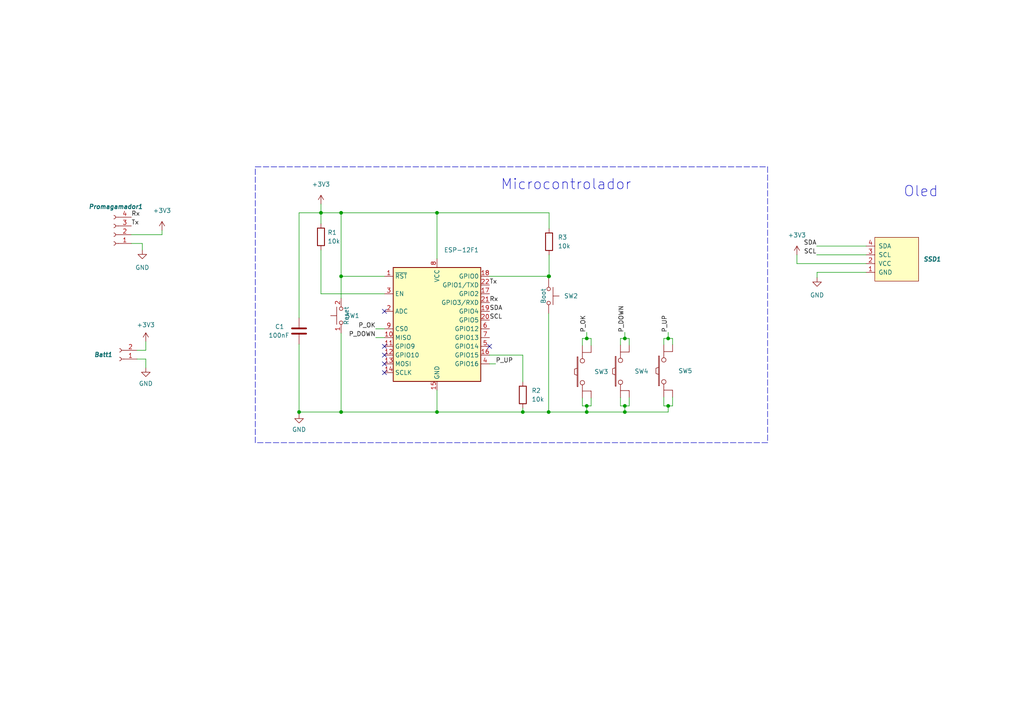
<source format=kicad_sch>
(kicad_sch (version 20211123) (generator eeschema)

  (uuid 4e74bd9e-d495-46ed-b79f-06b0c2bccb90)

  (paper "A4")

  (lib_symbols
    (symbol "Connector:Conn_01x02_Female" (pin_names (offset 1.016) hide) (in_bom yes) (on_board yes)
      (property "Reference" "J" (id 0) (at 0 2.54 0)
        (effects (font (size 1.27 1.27)))
      )
      (property "Value" "Conn_01x02_Female" (id 1) (at 0 -5.08 0)
        (effects (font (size 1.27 1.27)))
      )
      (property "Footprint" "" (id 2) (at 0 0 0)
        (effects (font (size 1.27 1.27)) hide)
      )
      (property "Datasheet" "~" (id 3) (at 0 0 0)
        (effects (font (size 1.27 1.27)) hide)
      )
      (property "ki_keywords" "connector" (id 4) (at 0 0 0)
        (effects (font (size 1.27 1.27)) hide)
      )
      (property "ki_description" "Generic connector, single row, 01x02, script generated (kicad-library-utils/schlib/autogen/connector/)" (id 5) (at 0 0 0)
        (effects (font (size 1.27 1.27)) hide)
      )
      (property "ki_fp_filters" "Connector*:*_1x??_*" (id 6) (at 0 0 0)
        (effects (font (size 1.27 1.27)) hide)
      )
      (symbol "Conn_01x02_Female_1_1"
        (arc (start 0 -2.032) (mid -0.508 -2.54) (end 0 -3.048)
          (stroke (width 0.1524) (type default) (color 0 0 0 0))
          (fill (type none))
        )
        (polyline
          (pts
            (xy -1.27 -2.54)
            (xy -0.508 -2.54)
          )
          (stroke (width 0.1524) (type default) (color 0 0 0 0))
          (fill (type none))
        )
        (polyline
          (pts
            (xy -1.27 0)
            (xy -0.508 0)
          )
          (stroke (width 0.1524) (type default) (color 0 0 0 0))
          (fill (type none))
        )
        (arc (start 0 0.508) (mid -0.508 0) (end 0 -0.508)
          (stroke (width 0.1524) (type default) (color 0 0 0 0))
          (fill (type none))
        )
        (pin passive line (at -5.08 0 0) (length 3.81)
          (name "Pin_1" (effects (font (size 1.27 1.27))))
          (number "1" (effects (font (size 1.27 1.27))))
        )
        (pin passive line (at -5.08 -2.54 0) (length 3.81)
          (name "Pin_2" (effects (font (size 1.27 1.27))))
          (number "2" (effects (font (size 1.27 1.27))))
        )
      )
    )
    (symbol "Connector:Conn_01x04_Female" (pin_names (offset 1.016) hide) (in_bom yes) (on_board yes)
      (property "Reference" "J" (id 0) (at 0 5.08 0)
        (effects (font (size 1.27 1.27)))
      )
      (property "Value" "Conn_01x04_Female" (id 1) (at 0 -7.62 0)
        (effects (font (size 1.27 1.27)))
      )
      (property "Footprint" "" (id 2) (at 0 0 0)
        (effects (font (size 1.27 1.27)) hide)
      )
      (property "Datasheet" "~" (id 3) (at 0 0 0)
        (effects (font (size 1.27 1.27)) hide)
      )
      (property "ki_keywords" "connector" (id 4) (at 0 0 0)
        (effects (font (size 1.27 1.27)) hide)
      )
      (property "ki_description" "Generic connector, single row, 01x04, script generated (kicad-library-utils/schlib/autogen/connector/)" (id 5) (at 0 0 0)
        (effects (font (size 1.27 1.27)) hide)
      )
      (property "ki_fp_filters" "Connector*:*_1x??_*" (id 6) (at 0 0 0)
        (effects (font (size 1.27 1.27)) hide)
      )
      (symbol "Conn_01x04_Female_1_1"
        (arc (start 0 -4.572) (mid -0.508 -5.08) (end 0 -5.588)
          (stroke (width 0.1524) (type default) (color 0 0 0 0))
          (fill (type none))
        )
        (arc (start 0 -2.032) (mid -0.508 -2.54) (end 0 -3.048)
          (stroke (width 0.1524) (type default) (color 0 0 0 0))
          (fill (type none))
        )
        (polyline
          (pts
            (xy -1.27 -5.08)
            (xy -0.508 -5.08)
          )
          (stroke (width 0.1524) (type default) (color 0 0 0 0))
          (fill (type none))
        )
        (polyline
          (pts
            (xy -1.27 -2.54)
            (xy -0.508 -2.54)
          )
          (stroke (width 0.1524) (type default) (color 0 0 0 0))
          (fill (type none))
        )
        (polyline
          (pts
            (xy -1.27 0)
            (xy -0.508 0)
          )
          (stroke (width 0.1524) (type default) (color 0 0 0 0))
          (fill (type none))
        )
        (polyline
          (pts
            (xy -1.27 2.54)
            (xy -0.508 2.54)
          )
          (stroke (width 0.1524) (type default) (color 0 0 0 0))
          (fill (type none))
        )
        (arc (start 0 0.508) (mid -0.508 0) (end 0 -0.508)
          (stroke (width 0.1524) (type default) (color 0 0 0 0))
          (fill (type none))
        )
        (arc (start 0 3.048) (mid -0.508 2.54) (end 0 2.032)
          (stroke (width 0.1524) (type default) (color 0 0 0 0))
          (fill (type none))
        )
        (pin passive line (at -5.08 2.54 0) (length 3.81)
          (name "Pin_1" (effects (font (size 1.27 1.27))))
          (number "1" (effects (font (size 1.27 1.27))))
        )
        (pin passive line (at -5.08 0 0) (length 3.81)
          (name "Pin_2" (effects (font (size 1.27 1.27))))
          (number "2" (effects (font (size 1.27 1.27))))
        )
        (pin passive line (at -5.08 -2.54 0) (length 3.81)
          (name "Pin_3" (effects (font (size 1.27 1.27))))
          (number "3" (effects (font (size 1.27 1.27))))
        )
        (pin passive line (at -5.08 -5.08 0) (length 3.81)
          (name "Pin_4" (effects (font (size 1.27 1.27))))
          (number "4" (effects (font (size 1.27 1.27))))
        )
      )
    )
    (symbol "Device:C" (pin_numbers hide) (pin_names (offset 0.254)) (in_bom yes) (on_board yes)
      (property "Reference" "C" (id 0) (at 0.635 2.54 0)
        (effects (font (size 1.27 1.27)) (justify left))
      )
      (property "Value" "C" (id 1) (at 0.635 -2.54 0)
        (effects (font (size 1.27 1.27)) (justify left))
      )
      (property "Footprint" "" (id 2) (at 0.9652 -3.81 0)
        (effects (font (size 1.27 1.27)) hide)
      )
      (property "Datasheet" "~" (id 3) (at 0 0 0)
        (effects (font (size 1.27 1.27)) hide)
      )
      (property "ki_keywords" "cap capacitor" (id 4) (at 0 0 0)
        (effects (font (size 1.27 1.27)) hide)
      )
      (property "ki_description" "Unpolarized capacitor" (id 5) (at 0 0 0)
        (effects (font (size 1.27 1.27)) hide)
      )
      (property "ki_fp_filters" "C_*" (id 6) (at 0 0 0)
        (effects (font (size 1.27 1.27)) hide)
      )
      (symbol "C_0_1"
        (polyline
          (pts
            (xy -2.032 -0.762)
            (xy 2.032 -0.762)
          )
          (stroke (width 0.508) (type default) (color 0 0 0 0))
          (fill (type none))
        )
        (polyline
          (pts
            (xy -2.032 0.762)
            (xy 2.032 0.762)
          )
          (stroke (width 0.508) (type default) (color 0 0 0 0))
          (fill (type none))
        )
      )
      (symbol "C_1_1"
        (pin passive line (at 0 3.81 270) (length 2.794)
          (name "~" (effects (font (size 1.27 1.27))))
          (number "1" (effects (font (size 1.27 1.27))))
        )
        (pin passive line (at 0 -3.81 90) (length 2.794)
          (name "~" (effects (font (size 1.27 1.27))))
          (number "2" (effects (font (size 1.27 1.27))))
        )
      )
    )
    (symbol "Device:R" (pin_numbers hide) (pin_names (offset 0)) (in_bom yes) (on_board yes)
      (property "Reference" "R" (id 0) (at 2.032 0 90)
        (effects (font (size 1.27 1.27)))
      )
      (property "Value" "R" (id 1) (at 0 0 90)
        (effects (font (size 1.27 1.27)))
      )
      (property "Footprint" "" (id 2) (at -1.778 0 90)
        (effects (font (size 1.27 1.27)) hide)
      )
      (property "Datasheet" "~" (id 3) (at 0 0 0)
        (effects (font (size 1.27 1.27)) hide)
      )
      (property "ki_keywords" "R res resistor" (id 4) (at 0 0 0)
        (effects (font (size 1.27 1.27)) hide)
      )
      (property "ki_description" "Resistor" (id 5) (at 0 0 0)
        (effects (font (size 1.27 1.27)) hide)
      )
      (property "ki_fp_filters" "R_*" (id 6) (at 0 0 0)
        (effects (font (size 1.27 1.27)) hide)
      )
      (symbol "R_0_1"
        (rectangle (start -1.016 -2.54) (end 1.016 2.54)
          (stroke (width 0.254) (type default) (color 0 0 0 0))
          (fill (type none))
        )
      )
      (symbol "R_1_1"
        (pin passive line (at 0 3.81 270) (length 1.27)
          (name "~" (effects (font (size 1.27 1.27))))
          (number "1" (effects (font (size 1.27 1.27))))
        )
        (pin passive line (at 0 -3.81 90) (length 1.27)
          (name "~" (effects (font (size 1.27 1.27))))
          (number "2" (effects (font (size 1.27 1.27))))
        )
      )
    )
    (symbol "EESTN5:SSD1306-SSD1306-128x64_OLED" (pin_names (offset 1.016)) (in_bom yes) (on_board yes)
      (property "Reference" "Display" (id 0) (at 0 -3.81 0)
        (effects (font (size 1.27 1.27)))
      )
      (property "Value" "SSD1306-SSD1306-128x64_OLED" (id 1) (at 0 -1.27 0)
        (effects (font (size 1.27 1.27)) hide)
      )
      (property "Footprint" "EESTN5:128x64OLED" (id 2) (at 0 6.35 0)
        (effects (font (size 1.27 1.27)) hide)
      )
      (property "Datasheet" "" (id 3) (at 0 6.35 0)
        (effects (font (size 1.27 1.27)) hide)
      )
      (property "ki_fp_filters" "SSD1306-128x64_OLED:SSD1306" (id 4) (at 0 0 0)
        (effects (font (size 1.27 1.27)) hide)
      )
      (symbol "SSD1306-SSD1306-128x64_OLED_0_1"
        (rectangle (start -6.35 6.35) (end 6.35 -6.35)
          (stroke (width 0) (type default) (color 0 0 0 0))
          (fill (type background))
        )
      )
      (symbol "SSD1306-SSD1306-128x64_OLED_1_1"
        (pin input line (at -3.81 8.89 270) (length 2.54)
          (name "GND" (effects (font (size 1.27 1.27))))
          (number "1" (effects (font (size 1.27 1.27))))
        )
        (pin input line (at -1.27 8.89 270) (length 2.54)
          (name "VCC" (effects (font (size 1.27 1.27))))
          (number "2" (effects (font (size 1.27 1.27))))
        )
        (pin input line (at 1.27 8.89 270) (length 2.54)
          (name "SCL" (effects (font (size 1.27 1.27))))
          (number "3" (effects (font (size 1.27 1.27))))
        )
        (pin input line (at 3.81 8.89 270) (length 2.54)
          (name "SDA" (effects (font (size 1.27 1.27))))
          (number "4" (effects (font (size 1.27 1.27))))
        )
      )
    )
    (symbol "EESTN5:SW_PUSH" (pin_numbers hide) (pin_names (offset 1.016) hide) (in_bom yes) (on_board yes)
      (property "Reference" "SW" (id 0) (at 3.81 2.794 0)
        (effects (font (size 1.27 1.27)))
      )
      (property "Value" "SW_PUSH" (id 1) (at 0 -2.032 0)
        (effects (font (size 1.27 1.27)) hide)
      )
      (property "Footprint" "" (id 2) (at 0 0 0)
        (effects (font (size 1.524 1.524)))
      )
      (property "Datasheet" "" (id 3) (at 0 0 0)
        (effects (font (size 1.524 1.524)))
      )
      (symbol "SW_PUSH_0_1"
        (rectangle (start -4.318 1.27) (end 4.318 1.524)
          (stroke (width 0) (type default) (color 0 0 0 0))
          (fill (type none))
        )
        (polyline
          (pts
            (xy -5.588 -2.413)
            (xy -5.588 -2.54)
          )
          (stroke (width 0) (type default) (color 0 0 0 0))
          (fill (type none))
        )
        (polyline
          (pts
            (xy -5.588 -2.413)
            (xy -5.588 0)
          )
          (stroke (width 0) (type default) (color 0 0 0 0))
          (fill (type none))
        )
        (polyline
          (pts
            (xy 5.588 -2.54)
            (xy 5.588 0)
          )
          (stroke (width 0) (type default) (color 0 0 0 0))
          (fill (type none))
        )
        (polyline
          (pts
            (xy -1.016 1.524)
            (xy -0.762 2.286)
            (xy 0.762 2.286)
            (xy 1.016 1.524)
          )
          (stroke (width 0) (type default) (color 0 0 0 0))
          (fill (type none))
        )
        (pin passive inverted (at -7.62 0 0) (length 5.08)
          (name "1" (effects (font (size 1.524 1.524))))
          (number "1" (effects (font (size 1.524 1.524))))
        )
        (pin passive inverted (at 7.62 0 180) (length 5.08)
          (name "3" (effects (font (size 1.524 1.524))))
          (number "3" (effects (font (size 1.524 1.524))))
        )
      )
      (symbol "SW_PUSH_1_1"
        (pin input line (at -7.62 -2.54 0) (length 2.0066)
          (name "2" (effects (font (size 1.27 1.27))))
          (number "2" (effects (font (size 1.27 1.27))))
        )
        (pin input line (at 7.62 -2.54 180) (length 2.0066)
          (name "4" (effects (font (size 1.27 1.27))))
          (number "4" (effects (font (size 1.27 1.27))))
        )
      )
    )
    (symbol "EESTN5:SW_Push" (pin_numbers hide) (pin_names (offset 1.016) hide) (in_bom yes) (on_board yes)
      (property "Reference" "SW" (id 0) (at 1.27 2.54 0)
        (effects (font (size 1.27 1.27)) (justify left))
      )
      (property "Value" "SW_Push" (id 1) (at 0 -1.524 0)
        (effects (font (size 1.27 1.27)) hide)
      )
      (property "Footprint" "" (id 2) (at 0 5.08 0)
        (effects (font (size 1.27 1.27)))
      )
      (property "Datasheet" "" (id 3) (at 0 5.08 0)
        (effects (font (size 1.27 1.27)))
      )
      (property "ki_keywords" "switch normally-open pushbutton push-button" (id 4) (at 0 0 0)
        (effects (font (size 1.27 1.27)) hide)
      )
      (property "ki_description" "Push button switch, generic, two pins" (id 5) (at 0 0 0)
        (effects (font (size 1.27 1.27)) hide)
      )
      (property "ki_fp_filters" "PUL* SW* SPST*" (id 6) (at 0 0 0)
        (effects (font (size 1.27 1.27)) hide)
      )
      (symbol "SW_Push_0_1"
        (circle (center -2.032 0) (radius 0.508)
          (stroke (width 0) (type default) (color 0 0 0 0))
          (fill (type none))
        )
        (polyline
          (pts
            (xy 0 1.27)
            (xy 0 3.048)
          )
          (stroke (width 0) (type default) (color 0 0 0 0))
          (fill (type none))
        )
        (polyline
          (pts
            (xy 2.54 1.27)
            (xy -2.54 1.27)
          )
          (stroke (width 0) (type default) (color 0 0 0 0))
          (fill (type none))
        )
        (circle (center 2.032 0) (radius 0.508)
          (stroke (width 0) (type default) (color 0 0 0 0))
          (fill (type none))
        )
        (pin passive line (at -5.08 0 0) (length 2.54)
          (name "1" (effects (font (size 1.27 1.27))))
          (number "1" (effects (font (size 1.27 1.27))))
        )
        (pin passive line (at 5.08 0 180) (length 2.54)
          (name "2" (effects (font (size 1.27 1.27))))
          (number "2" (effects (font (size 1.27 1.27))))
        )
      )
    )
    (symbol "RF_Module:ESP-12F" (in_bom yes) (on_board yes)
      (property "Reference" "U" (id 0) (at -12.7 19.05 0)
        (effects (font (size 1.27 1.27)) (justify left))
      )
      (property "Value" "ESP-12F" (id 1) (at 12.7 19.05 0)
        (effects (font (size 1.27 1.27)) (justify right))
      )
      (property "Footprint" "RF_Module:ESP-12E" (id 2) (at 0 0 0)
        (effects (font (size 1.27 1.27)) hide)
      )
      (property "Datasheet" "http://wiki.ai-thinker.com/_media/esp8266/esp8266_series_modules_user_manual_v1.1.pdf" (id 3) (at -8.89 2.54 0)
        (effects (font (size 1.27 1.27)) hide)
      )
      (property "ki_keywords" "802.11 Wi-Fi" (id 4) (at 0 0 0)
        (effects (font (size 1.27 1.27)) hide)
      )
      (property "ki_description" "802.11 b/g/n Wi-Fi Module" (id 5) (at 0 0 0)
        (effects (font (size 1.27 1.27)) hide)
      )
      (property "ki_fp_filters" "ESP?12*" (id 6) (at 0 0 0)
        (effects (font (size 1.27 1.27)) hide)
      )
      (symbol "ESP-12F_0_1"
        (rectangle (start -12.7 17.78) (end 12.7 -15.24)
          (stroke (width 0.254) (type default) (color 0 0 0 0))
          (fill (type background))
        )
      )
      (symbol "ESP-12F_1_1"
        (pin input line (at -15.24 15.24 0) (length 2.54)
          (name "~{RST}" (effects (font (size 1.27 1.27))))
          (number "1" (effects (font (size 1.27 1.27))))
        )
        (pin bidirectional line (at -15.24 -2.54 0) (length 2.54)
          (name "MISO" (effects (font (size 1.27 1.27))))
          (number "10" (effects (font (size 1.27 1.27))))
        )
        (pin bidirectional line (at -15.24 -5.08 0) (length 2.54)
          (name "GPIO9" (effects (font (size 1.27 1.27))))
          (number "11" (effects (font (size 1.27 1.27))))
        )
        (pin bidirectional line (at -15.24 -7.62 0) (length 2.54)
          (name "GPIO10" (effects (font (size 1.27 1.27))))
          (number "12" (effects (font (size 1.27 1.27))))
        )
        (pin bidirectional line (at -15.24 -10.16 0) (length 2.54)
          (name "MOSI" (effects (font (size 1.27 1.27))))
          (number "13" (effects (font (size 1.27 1.27))))
        )
        (pin bidirectional line (at -15.24 -12.7 0) (length 2.54)
          (name "SCLK" (effects (font (size 1.27 1.27))))
          (number "14" (effects (font (size 1.27 1.27))))
        )
        (pin power_in line (at 0 -17.78 90) (length 2.54)
          (name "GND" (effects (font (size 1.27 1.27))))
          (number "15" (effects (font (size 1.27 1.27))))
        )
        (pin bidirectional line (at 15.24 -7.62 180) (length 2.54)
          (name "GPIO15" (effects (font (size 1.27 1.27))))
          (number "16" (effects (font (size 1.27 1.27))))
        )
        (pin bidirectional line (at 15.24 10.16 180) (length 2.54)
          (name "GPIO2" (effects (font (size 1.27 1.27))))
          (number "17" (effects (font (size 1.27 1.27))))
        )
        (pin bidirectional line (at 15.24 15.24 180) (length 2.54)
          (name "GPIO0" (effects (font (size 1.27 1.27))))
          (number "18" (effects (font (size 1.27 1.27))))
        )
        (pin bidirectional line (at 15.24 5.08 180) (length 2.54)
          (name "GPIO4" (effects (font (size 1.27 1.27))))
          (number "19" (effects (font (size 1.27 1.27))))
        )
        (pin input line (at -15.24 5.08 0) (length 2.54)
          (name "ADC" (effects (font (size 1.27 1.27))))
          (number "2" (effects (font (size 1.27 1.27))))
        )
        (pin bidirectional line (at 15.24 2.54 180) (length 2.54)
          (name "GPIO5" (effects (font (size 1.27 1.27))))
          (number "20" (effects (font (size 1.27 1.27))))
        )
        (pin bidirectional line (at 15.24 7.62 180) (length 2.54)
          (name "GPIO3/RXD" (effects (font (size 1.27 1.27))))
          (number "21" (effects (font (size 1.27 1.27))))
        )
        (pin bidirectional line (at 15.24 12.7 180) (length 2.54)
          (name "GPIO1/TXD" (effects (font (size 1.27 1.27))))
          (number "22" (effects (font (size 1.27 1.27))))
        )
        (pin input line (at -15.24 10.16 0) (length 2.54)
          (name "EN" (effects (font (size 1.27 1.27))))
          (number "3" (effects (font (size 1.27 1.27))))
        )
        (pin bidirectional line (at 15.24 -10.16 180) (length 2.54)
          (name "GPIO16" (effects (font (size 1.27 1.27))))
          (number "4" (effects (font (size 1.27 1.27))))
        )
        (pin bidirectional line (at 15.24 -5.08 180) (length 2.54)
          (name "GPIO14" (effects (font (size 1.27 1.27))))
          (number "5" (effects (font (size 1.27 1.27))))
        )
        (pin bidirectional line (at 15.24 0 180) (length 2.54)
          (name "GPIO12" (effects (font (size 1.27 1.27))))
          (number "6" (effects (font (size 1.27 1.27))))
        )
        (pin bidirectional line (at 15.24 -2.54 180) (length 2.54)
          (name "GPIO13" (effects (font (size 1.27 1.27))))
          (number "7" (effects (font (size 1.27 1.27))))
        )
        (pin power_in line (at 0 20.32 270) (length 2.54)
          (name "VCC" (effects (font (size 1.27 1.27))))
          (number "8" (effects (font (size 1.27 1.27))))
        )
        (pin input line (at -15.24 0 0) (length 2.54)
          (name "CS0" (effects (font (size 1.27 1.27))))
          (number "9" (effects (font (size 1.27 1.27))))
        )
      )
    )
    (symbol "SW_Push_1" (pin_names (offset 1.016) hide) (in_bom yes) (on_board yes)
      (property "Reference" "SW" (id 0) (at 1.27 2.54 0)
        (effects (font (size 1.27 1.27)) (justify left))
      )
      (property "Value" "SW_Push_1" (id 1) (at 0 -1.524 0)
        (effects (font (size 1.27 1.27)) hide)
      )
      (property "Footprint" "" (id 2) (at 0 5.08 0)
        (effects (font (size 1.27 1.27)))
      )
      (property "Datasheet" "" (id 3) (at 0 5.08 0)
        (effects (font (size 1.27 1.27)))
      )
      (property "ki_keywords" "switch normally-open pushbutton push-button" (id 4) (at 0 0 0)
        (effects (font (size 1.27 1.27)) hide)
      )
      (property "ki_description" "Push button switch, generic, two pins" (id 5) (at 0 0 0)
        (effects (font (size 1.27 1.27)) hide)
      )
      (property "ki_fp_filters" "PUL* SW* SPST*" (id 6) (at 0 0 0)
        (effects (font (size 1.27 1.27)) hide)
      )
      (symbol "SW_Push_1_0_1"
        (circle (center -2.032 0) (radius 0.508)
          (stroke (width 0) (type default) (color 0 0 0 0))
          (fill (type none))
        )
        (polyline
          (pts
            (xy 0 1.27)
            (xy 0 3.048)
          )
          (stroke (width 0) (type default) (color 0 0 0 0))
          (fill (type none))
        )
        (polyline
          (pts
            (xy 2.54 1.27)
            (xy -2.54 1.27)
          )
          (stroke (width 0) (type default) (color 0 0 0 0))
          (fill (type none))
        )
        (circle (center 2.032 0) (radius 0.508)
          (stroke (width 0) (type default) (color 0 0 0 0))
          (fill (type none))
        )
        (pin passive line (at -5.08 0 0) (length 2.54)
          (name "1" (effects (font (size 1.27 1.27))))
          (number "1" (effects (font (size 1.27 1.27))))
        )
        (pin passive line (at 5.08 0 180) (length 2.54)
          (name "2" (effects (font (size 1.27 1.27))))
          (number "2" (effects (font (size 1.27 1.27))))
        )
      )
    )
    (symbol "power:+3.3V" (power) (pin_names (offset 0)) (in_bom yes) (on_board yes)
      (property "Reference" "#PWR" (id 0) (at 0 -3.81 0)
        (effects (font (size 1.27 1.27)) hide)
      )
      (property "Value" "+3.3V" (id 1) (at 0 3.556 0)
        (effects (font (size 1.27 1.27)))
      )
      (property "Footprint" "" (id 2) (at 0 0 0)
        (effects (font (size 1.27 1.27)) hide)
      )
      (property "Datasheet" "" (id 3) (at 0 0 0)
        (effects (font (size 1.27 1.27)) hide)
      )
      (property "ki_keywords" "power-flag" (id 4) (at 0 0 0)
        (effects (font (size 1.27 1.27)) hide)
      )
      (property "ki_description" "Power symbol creates a global label with name \"+3.3V\"" (id 5) (at 0 0 0)
        (effects (font (size 1.27 1.27)) hide)
      )
      (symbol "+3.3V_0_1"
        (polyline
          (pts
            (xy -0.762 1.27)
            (xy 0 2.54)
          )
          (stroke (width 0) (type default) (color 0 0 0 0))
          (fill (type none))
        )
        (polyline
          (pts
            (xy 0 0)
            (xy 0 2.54)
          )
          (stroke (width 0) (type default) (color 0 0 0 0))
          (fill (type none))
        )
        (polyline
          (pts
            (xy 0 2.54)
            (xy 0.762 1.27)
          )
          (stroke (width 0) (type default) (color 0 0 0 0))
          (fill (type none))
        )
      )
      (symbol "+3.3V_1_1"
        (pin power_in line (at 0 0 90) (length 0) hide
          (name "+3V3" (effects (font (size 1.27 1.27))))
          (number "1" (effects (font (size 1.27 1.27))))
        )
      )
    )
    (symbol "power:GND" (power) (pin_names (offset 0)) (in_bom yes) (on_board yes)
      (property "Reference" "#PWR" (id 0) (at 0 -6.35 0)
        (effects (font (size 1.27 1.27)) hide)
      )
      (property "Value" "GND" (id 1) (at 0 -3.81 0)
        (effects (font (size 1.27 1.27)))
      )
      (property "Footprint" "" (id 2) (at 0 0 0)
        (effects (font (size 1.27 1.27)) hide)
      )
      (property "Datasheet" "" (id 3) (at 0 0 0)
        (effects (font (size 1.27 1.27)) hide)
      )
      (property "ki_keywords" "power-flag" (id 4) (at 0 0 0)
        (effects (font (size 1.27 1.27)) hide)
      )
      (property "ki_description" "Power symbol creates a global label with name \"GND\" , ground" (id 5) (at 0 0 0)
        (effects (font (size 1.27 1.27)) hide)
      )
      (symbol "GND_0_1"
        (polyline
          (pts
            (xy 0 0)
            (xy 0 -1.27)
            (xy 1.27 -1.27)
            (xy 0 -2.54)
            (xy -1.27 -1.27)
            (xy 0 -1.27)
          )
          (stroke (width 0) (type default) (color 0 0 0 0))
          (fill (type none))
        )
      )
      (symbol "GND_1_1"
        (pin power_in line (at 0 0 270) (length 0) hide
          (name "GND" (effects (font (size 1.27 1.27))))
          (number "1" (effects (font (size 1.27 1.27))))
        )
      )
    )
  )

  (junction (at 181.229 98.171) (diameter 0) (color 0 0 0 0)
    (uuid 03596d50-23f0-4161-be9e-9535b6233d54)
  )
  (junction (at 170.18 117.729) (diameter 0) (color 0 0 0 0)
    (uuid 0ba29129-af72-4f89-9158-c5b4f8476a5e)
  )
  (junction (at 98.933 61.722) (diameter 0) (color 0 0 0 0)
    (uuid 0fd7a5e7-893e-45e1-929b-54e1ca975718)
  )
  (junction (at 159.131 119.507) (diameter 0) (color 0 0 0 0)
    (uuid 1e6f37d7-92bc-4552-b2c6-e6048f8634a3)
  )
  (junction (at 193.802 98.171) (diameter 0) (color 0 0 0 0)
    (uuid 1f06bf45-7807-4ca8-812f-755a5c769e72)
  )
  (junction (at 159.258 80.137) (diameter 0) (color 0 0 0 0)
    (uuid 45ce7fa2-b4cc-45fa-b675-b0f6c506100c)
  )
  (junction (at 98.933 80.137) (diameter 0) (color 0 0 0 0)
    (uuid 4e3bfa62-4574-4191-9972-5c6e9ae22caf)
  )
  (junction (at 193.802 117.729) (diameter 0) (color 0 0 0 0)
    (uuid 57d78716-1a55-4410-9876-95c754e1d37b)
  )
  (junction (at 170.18 98.171) (diameter 0) (color 0 0 0 0)
    (uuid 5833bc76-722f-41da-b652-c79d4754c3ec)
  )
  (junction (at 93.091 61.722) (diameter 0) (color 0 0 0 0)
    (uuid 5a2086b8-5133-45ac-af25-7f823586f0d2)
  )
  (junction (at 181.229 119.507) (diameter 0) (color 0 0 0 0)
    (uuid 5b5717fd-bba6-4c7d-a6b0-9e8d3e1f8df0)
  )
  (junction (at 170.18 119.507) (diameter 0) (color 0 0 0 0)
    (uuid 5dc9d426-f6b5-45c6-8eeb-9966f77da20c)
  )
  (junction (at 159.131 80.137) (diameter 0) (color 0 0 0 0)
    (uuid 792ae8e5-2e95-474b-992a-a4f7fe06d96a)
  )
  (junction (at 151.638 119.507) (diameter 0) (color 0 0 0 0)
    (uuid 7d82f77a-86cd-46e6-9723-d4e394c44ae0)
  )
  (junction (at 126.746 61.722) (diameter 0) (color 0 0 0 0)
    (uuid ccb85246-de75-4028-8e77-ea93fadfe794)
  )
  (junction (at 126.746 119.507) (diameter 0) (color 0 0 0 0)
    (uuid d1a76615-7ae4-4a49-b0cc-e1750d0ba849)
  )
  (junction (at 181.229 117.729) (diameter 0) (color 0 0 0 0)
    (uuid d84c0e8d-c9ff-4b62-b760-695d27822ec0)
  )
  (junction (at 98.933 119.507) (diameter 0) (color 0 0 0 0)
    (uuid ee999c73-eaa9-4f10-91b6-b782cdba3b4d)
  )
  (junction (at 86.741 119.507) (diameter 0) (color 0 0 0 0)
    (uuid f9b98703-dc81-47fa-8218-ba300b331b8b)
  )

  (no_connect (at 111.506 108.077) (uuid 012560d8-57d5-46ad-9584-2eda0fc673bb))
  (no_connect (at 141.986 100.457) (uuid 0a33b203-0141-4092-9a78-8d2c5c9fdefa))
  (no_connect (at 111.506 90.297) (uuid 1e9e4a0c-b8c0-4ffa-83d1-ae293b65e752))
  (no_connect (at 111.506 102.997) (uuid 9e8a4755-908b-478e-8c31-6374ac08d993))
  (no_connect (at 111.506 100.457) (uuid b0a642b0-e7e2-45f9-b821-493421be3b46))
  (no_connect (at 111.506 105.537) (uuid d2bac2a7-2b2f-4ac7-95f7-f4b9a078dea9))

  (wire (pts (xy 236.982 78.994) (xy 236.982 80.518))
    (stroke (width 0) (type default) (color 0 0 0 0))
    (uuid 02d1e4b9-f1b2-41db-bf52-343c0f85761f)
  )
  (wire (pts (xy 181.229 117.729) (xy 181.229 119.507))
    (stroke (width 0) (type default) (color 0 0 0 0))
    (uuid 089cad55-4c3e-4802-8319-05ed3b5217c3)
  )
  (wire (pts (xy 195.072 117.729) (xy 195.072 115.189))
    (stroke (width 0) (type default) (color 0 0 0 0))
    (uuid 0ffd16f5-4787-4f06-b5bd-cd9a20bb85e6)
  )
  (wire (pts (xy 86.741 119.507) (xy 86.741 120.142))
    (stroke (width 0) (type default) (color 0 0 0 0))
    (uuid 10512c0b-aeae-4feb-b325-3c3ce4d115ae)
  )
  (wire (pts (xy 98.933 80.137) (xy 98.933 86.487))
    (stroke (width 0) (type default) (color 0 0 0 0))
    (uuid 11869826-e0c3-40b4-bc06-d0602f77fe75)
  )
  (wire (pts (xy 171.45 115.443) (xy 171.45 117.729))
    (stroke (width 0) (type default) (color 0 0 0 0))
    (uuid 12ee21d2-4117-4ae7-9ce8-9caa8ffe580e)
  )
  (wire (pts (xy 93.091 61.722) (xy 98.933 61.722))
    (stroke (width 0) (type default) (color 0 0 0 0))
    (uuid 155f50be-f5b7-4f96-9c07-62068f71ea31)
  )
  (wire (pts (xy 39.751 104.14) (xy 42.291 104.14))
    (stroke (width 0) (type default) (color 0 0 0 0))
    (uuid 1a04c13d-b059-498f-8031-2baaadf07ce6)
  )
  (wire (pts (xy 168.91 115.443) (xy 168.91 117.729))
    (stroke (width 0) (type default) (color 0 0 0 0))
    (uuid 1cda1023-6eba-49d8-a766-fcee133a7140)
  )
  (wire (pts (xy 170.18 117.729) (xy 170.18 119.507))
    (stroke (width 0) (type default) (color 0 0 0 0))
    (uuid 1e56da34-5a30-44b7-b0a6-19fe5548192f)
  )
  (wire (pts (xy 126.746 61.722) (xy 159.258 61.722))
    (stroke (width 0) (type default) (color 0 0 0 0))
    (uuid 1fa0bcea-1494-468e-b063-77ad8525864a)
  )
  (wire (pts (xy 98.933 61.722) (xy 126.746 61.722))
    (stroke (width 0) (type default) (color 0 0 0 0))
    (uuid 215edc5e-bbb6-43d6-b91a-0db0cb2e7910)
  )
  (wire (pts (xy 159.258 73.914) (xy 159.258 80.137))
    (stroke (width 0) (type default) (color 0 0 0 0))
    (uuid 2326cb65-f166-47b7-b56c-7daaa0b33fdb)
  )
  (wire (pts (xy 231.14 76.454) (xy 231.14 73.914))
    (stroke (width 0) (type default) (color 0 0 0 0))
    (uuid 245490eb-0f20-42d1-b326-cb6b62675536)
  )
  (wire (pts (xy 86.741 99.822) (xy 86.741 119.507))
    (stroke (width 0) (type default) (color 0 0 0 0))
    (uuid 24b392cb-10b5-4c64-80c0-1716e4c2c2a3)
  )
  (wire (pts (xy 170.18 98.171) (xy 171.45 98.171))
    (stroke (width 0) (type default) (color 0 0 0 0))
    (uuid 25bd36d2-bb7a-4e9a-b5ee-dda5cbb99034)
  )
  (wire (pts (xy 93.091 59.182) (xy 93.091 61.722))
    (stroke (width 0) (type default) (color 0 0 0 0))
    (uuid 2670619c-8169-4e6c-9fa5-4074710f0116)
  )
  (wire (pts (xy 86.741 61.722) (xy 93.091 61.722))
    (stroke (width 0) (type default) (color 0 0 0 0))
    (uuid 2f07de4b-6622-4876-9ff1-ac76f330d4f9)
  )
  (wire (pts (xy 159.131 90.932) (xy 159.131 119.507))
    (stroke (width 0) (type default) (color 0 0 0 0))
    (uuid 34d5beab-542b-4752-8f14-b9e02e20b6df)
  )
  (wire (pts (xy 98.933 61.722) (xy 98.933 80.137))
    (stroke (width 0) (type default) (color 0 0 0 0))
    (uuid 39623612-1da5-44a0-888e-bc046128f703)
  )
  (wire (pts (xy 151.638 102.997) (xy 151.638 110.744))
    (stroke (width 0) (type default) (color 0 0 0 0))
    (uuid 39886964-0549-4961-a489-7a3e4f6f2166)
  )
  (wire (pts (xy 46.99 68.072) (xy 46.99 66.802))
    (stroke (width 0) (type default) (color 0 0 0 0))
    (uuid 3b512e57-4892-4208-a0e2-a84006c69afc)
  )
  (wire (pts (xy 236.855 71.374) (xy 251.206 71.374))
    (stroke (width 0) (type default) (color 0 0 0 0))
    (uuid 402368cd-3a19-412e-83fd-eecb357e68e2)
  )
  (wire (pts (xy 38.1 70.612) (xy 41.275 70.612))
    (stroke (width 0) (type default) (color 0 0 0 0))
    (uuid 4908b478-120a-47dc-9ed4-d8532d1e8f41)
  )
  (wire (pts (xy 168.91 98.171) (xy 170.18 98.171))
    (stroke (width 0) (type default) (color 0 0 0 0))
    (uuid 501d3253-65a3-4892-b887-19e5cd2bf2e7)
  )
  (wire (pts (xy 93.091 61.722) (xy 93.091 64.897))
    (stroke (width 0) (type default) (color 0 0 0 0))
    (uuid 547148fb-5b79-456f-9e5e-886d051d3d8a)
  )
  (wire (pts (xy 170.18 96.393) (xy 170.18 98.171))
    (stroke (width 0) (type default) (color 0 0 0 0))
    (uuid 54d0c426-3718-48a0-8521-17f9fb2acc4d)
  )
  (wire (pts (xy 42.291 104.14) (xy 42.291 106.68))
    (stroke (width 0) (type default) (color 0 0 0 0))
    (uuid 54f3037d-5e86-4cf8-b8fb-eaa58ed2373e)
  )
  (wire (pts (xy 251.206 78.994) (xy 236.982 78.994))
    (stroke (width 0) (type default) (color 0 0 0 0))
    (uuid 557e9ee9-f4fa-4488-8067-b583bc24c0ab)
  )
  (wire (pts (xy 182.499 100.076) (xy 182.499 98.171))
    (stroke (width 0) (type default) (color 0 0 0 0))
    (uuid 56752ef8-b8a2-4f5d-aa3b-bed2188c1a13)
  )
  (wire (pts (xy 108.966 95.377) (xy 111.506 95.377))
    (stroke (width 0) (type default) (color 0 0 0 0))
    (uuid 57c894b8-dee9-4bc3-ac50-89498146131f)
  )
  (polyline (pts (xy 74.041 48.387) (xy 222.631 48.387))
    (stroke (width 0) (type default) (color 0 0 0 0))
    (uuid 5f8e0b79-5de9-48d0-8c4b-eabb3ccf49e4)
  )

  (wire (pts (xy 159.131 80.137) (xy 159.131 80.772))
    (stroke (width 0) (type default) (color 0 0 0 0))
    (uuid 5fa3aad7-5520-42ea-8dd5-bf3c8f8445f1)
  )
  (wire (pts (xy 93.091 85.217) (xy 111.506 85.217))
    (stroke (width 0) (type default) (color 0 0 0 0))
    (uuid 6b0dc713-e8c9-43fe-acdb-848e3fc83de1)
  )
  (wire (pts (xy 93.091 72.517) (xy 93.091 85.217))
    (stroke (width 0) (type default) (color 0 0 0 0))
    (uuid 6b666db3-c655-46a5-84a4-5062371960ba)
  )
  (wire (pts (xy 179.959 98.171) (xy 179.959 100.076))
    (stroke (width 0) (type default) (color 0 0 0 0))
    (uuid 6c3c00dd-b11d-4a28-be4e-3538a427e70f)
  )
  (wire (pts (xy 86.741 119.507) (xy 98.933 119.507))
    (stroke (width 0) (type default) (color 0 0 0 0))
    (uuid 6df3373e-539c-48a4-b86d-99b05c7ce8b2)
  )
  (wire (pts (xy 179.959 98.171) (xy 181.229 98.171))
    (stroke (width 0) (type default) (color 0 0 0 0))
    (uuid 735736db-ad6d-4db2-81e1-51eaa222f8fe)
  )
  (wire (pts (xy 98.933 80.137) (xy 111.506 80.137))
    (stroke (width 0) (type default) (color 0 0 0 0))
    (uuid 756daacb-5052-42fc-8811-d571da53b595)
  )
  (wire (pts (xy 41.275 70.612) (xy 41.275 72.517))
    (stroke (width 0) (type default) (color 0 0 0 0))
    (uuid 77f5e7b6-8427-44a6-8b27-0bf83229c3b5)
  )
  (wire (pts (xy 181.229 119.507) (xy 170.18 119.507))
    (stroke (width 0) (type default) (color 0 0 0 0))
    (uuid 7a15d5a1-6a5c-48c3-80b0-ae9fe610fc39)
  )
  (wire (pts (xy 126.746 61.722) (xy 126.746 75.057))
    (stroke (width 0) (type default) (color 0 0 0 0))
    (uuid 7f84ec9e-e1a5-418b-91c0-cf611d028997)
  )
  (wire (pts (xy 86.741 92.202) (xy 86.741 61.722))
    (stroke (width 0) (type default) (color 0 0 0 0))
    (uuid 80c52303-95ca-4a98-9ba8-1edb9e3efcaf)
  )
  (wire (pts (xy 193.802 96.393) (xy 193.802 98.171))
    (stroke (width 0) (type default) (color 0 0 0 0))
    (uuid 8244a274-51a6-4575-83b7-4cdb33f46d99)
  )
  (wire (pts (xy 192.532 99.949) (xy 192.532 98.171))
    (stroke (width 0) (type default) (color 0 0 0 0))
    (uuid 84783d83-c076-461f-a39e-3169f5ca349d)
  )
  (wire (pts (xy 170.18 117.729) (xy 171.45 117.729))
    (stroke (width 0) (type default) (color 0 0 0 0))
    (uuid 8513a1b0-e2e2-4457-80e0-414be639a2d9)
  )
  (wire (pts (xy 151.638 118.364) (xy 151.638 119.507))
    (stroke (width 0) (type default) (color 0 0 0 0))
    (uuid 855255dd-0e44-4f8a-b6fd-7710719e41ce)
  )
  (wire (pts (xy 236.855 73.914) (xy 251.206 73.914))
    (stroke (width 0) (type default) (color 0 0 0 0))
    (uuid 87bf3a4c-8661-4824-9a83-b1197859b51f)
  )
  (wire (pts (xy 98.933 119.507) (xy 126.746 119.507))
    (stroke (width 0) (type default) (color 0 0 0 0))
    (uuid 8cbf34d8-ba5d-4982-8baa-885d7bee4ea2)
  )
  (wire (pts (xy 192.532 115.189) (xy 192.532 117.729))
    (stroke (width 0) (type default) (color 0 0 0 0))
    (uuid 8d56af9e-3063-4303-b3bb-420b67a84f10)
  )
  (wire (pts (xy 159.258 80.137) (xy 159.131 80.137))
    (stroke (width 0) (type default) (color 0 0 0 0))
    (uuid 8e202d0b-a450-4594-905d-ba0160da7f86)
  )
  (wire (pts (xy 179.959 115.316) (xy 179.959 117.729))
    (stroke (width 0) (type default) (color 0 0 0 0))
    (uuid 9564a092-0034-4600-963e-35ee23d3b209)
  )
  (wire (pts (xy 193.802 117.729) (xy 193.802 119.507))
    (stroke (width 0) (type default) (color 0 0 0 0))
    (uuid 95aedb51-8ecb-4c5a-bc02-ec21e03b05e7)
  )
  (wire (pts (xy 192.532 117.729) (xy 193.802 117.729))
    (stroke (width 0) (type default) (color 0 0 0 0))
    (uuid 96c335ce-94a8-480b-b5a6-8709104e9f86)
  )
  (wire (pts (xy 171.45 98.171) (xy 171.45 100.203))
    (stroke (width 0) (type default) (color 0 0 0 0))
    (uuid 96ef028a-5028-4597-96d7-175bf1b9d585)
  )
  (wire (pts (xy 179.959 117.729) (xy 181.229 117.729))
    (stroke (width 0) (type default) (color 0 0 0 0))
    (uuid 97aef4fd-0105-4ce9-9a81-8cefe89bb76c)
  )
  (wire (pts (xy 126.746 113.157) (xy 126.746 119.507))
    (stroke (width 0) (type default) (color 0 0 0 0))
    (uuid 9a1c5734-8e82-41b3-9cab-13b084e7086b)
  )
  (wire (pts (xy 170.18 119.507) (xy 159.131 119.507))
    (stroke (width 0) (type default) (color 0 0 0 0))
    (uuid 9c31520a-d53f-4392-a8d9-910e742d6297)
  )
  (wire (pts (xy 141.986 102.997) (xy 151.638 102.997))
    (stroke (width 0) (type default) (color 0 0 0 0))
    (uuid 9cf2ecc0-f165-4cb2-84d4-2da8d62393ba)
  )
  (wire (pts (xy 141.986 105.537) (xy 143.764 105.537))
    (stroke (width 0) (type default) (color 0 0 0 0))
    (uuid a832c3e9-8935-40dd-b983-2fdd5a8be42c)
  )
  (wire (pts (xy 168.91 117.729) (xy 170.18 117.729))
    (stroke (width 0) (type default) (color 0 0 0 0))
    (uuid a9454e40-718a-4862-9cb4-92466c3b8dff)
  )
  (wire (pts (xy 159.258 66.294) (xy 159.258 61.722))
    (stroke (width 0) (type default) (color 0 0 0 0))
    (uuid ac193ffb-f8cc-43fe-a7bb-dcd854031991)
  )
  (wire (pts (xy 181.229 96.393) (xy 181.229 98.171))
    (stroke (width 0) (type default) (color 0 0 0 0))
    (uuid b0f2ab85-0281-4924-9759-8984d93a2b1d)
  )
  (wire (pts (xy 126.746 119.507) (xy 151.638 119.507))
    (stroke (width 0) (type default) (color 0 0 0 0))
    (uuid b579a523-95aa-4100-b5b0-331b525bb161)
  )
  (polyline (pts (xy 74.041 128.397) (xy 74.041 48.387))
    (stroke (width 0) (type default) (color 0 0 0 0))
    (uuid b6ba0224-151c-4ffe-8c17-f29c8bded282)
  )

  (wire (pts (xy 38.1 68.072) (xy 46.99 68.072))
    (stroke (width 0) (type default) (color 0 0 0 0))
    (uuid b9b43b41-c6f7-463f-87d6-d2934006fad0)
  )
  (wire (pts (xy 42.291 99.06) (xy 42.291 101.6))
    (stroke (width 0) (type default) (color 0 0 0 0))
    (uuid ba491105-f4eb-4e91-a41c-bbab51d39dde)
  )
  (polyline (pts (xy 222.631 128.397) (xy 74.041 128.397))
    (stroke (width 0) (type default) (color 0 0 0 0))
    (uuid c6826680-747b-447a-b729-4ba528f8a1ea)
  )

  (wire (pts (xy 231.14 76.454) (xy 251.206 76.454))
    (stroke (width 0) (type default) (color 0 0 0 0))
    (uuid ca3ecfa5-44d2-4ad7-8d00-7959b3df5938)
  )
  (wire (pts (xy 182.499 117.729) (xy 182.499 115.316))
    (stroke (width 0) (type default) (color 0 0 0 0))
    (uuid d3ee2e68-dc7a-4bc6-a2b8-2e8cb33a62c9)
  )
  (wire (pts (xy 193.802 119.507) (xy 181.229 119.507))
    (stroke (width 0) (type default) (color 0 0 0 0))
    (uuid d94b11a5-2905-43a4-a6c5-32ee2363daca)
  )
  (wire (pts (xy 151.638 119.507) (xy 159.131 119.507))
    (stroke (width 0) (type default) (color 0 0 0 0))
    (uuid e0f9e391-693b-48bb-aa89-6ca81d0067d2)
  )
  (wire (pts (xy 181.229 117.729) (xy 182.499 117.729))
    (stroke (width 0) (type default) (color 0 0 0 0))
    (uuid eb0dfaf0-0f36-4dbc-be9a-a5c185b7f0f7)
  )
  (wire (pts (xy 193.802 117.729) (xy 195.072 117.729))
    (stroke (width 0) (type default) (color 0 0 0 0))
    (uuid eb90e467-b6e4-40cd-8b96-8952bff08748)
  )
  (wire (pts (xy 98.933 96.647) (xy 98.933 119.507))
    (stroke (width 0) (type default) (color 0 0 0 0))
    (uuid ee6c8620-f257-4ce9-a98b-2d897fe77a9f)
  )
  (wire (pts (xy 193.802 98.171) (xy 195.072 98.171))
    (stroke (width 0) (type default) (color 0 0 0 0))
    (uuid f502f725-42fa-4d71-9487-8eaff04e4d58)
  )
  (wire (pts (xy 42.291 101.6) (xy 39.751 101.6))
    (stroke (width 0) (type default) (color 0 0 0 0))
    (uuid f638bd21-03bf-4ebd-b13c-56e169f33c83)
  )
  (polyline (pts (xy 222.631 48.387) (xy 222.631 128.397))
    (stroke (width 0) (type default) (color 0 0 0 0))
    (uuid f8b064b5-2988-45c1-b31d-910ecc89444e)
  )

  (wire (pts (xy 181.229 98.171) (xy 182.499 98.171))
    (stroke (width 0) (type default) (color 0 0 0 0))
    (uuid f9787005-9035-4bda-8bf0-a49e123341c7)
  )
  (wire (pts (xy 108.966 97.917) (xy 111.506 97.917))
    (stroke (width 0) (type default) (color 0 0 0 0))
    (uuid fa4c4b94-4816-4011-b25f-249ed2058edf)
  )
  (wire (pts (xy 192.532 98.171) (xy 193.802 98.171))
    (stroke (width 0) (type default) (color 0 0 0 0))
    (uuid fb58b276-5817-45d7-9fde-34844eca3be2)
  )
  (wire (pts (xy 141.986 80.137) (xy 159.131 80.137))
    (stroke (width 0) (type default) (color 0 0 0 0))
    (uuid fc624b86-507d-408b-bf98-8a9ecd1570a5)
  )
  (wire (pts (xy 195.072 98.171) (xy 195.072 99.949))
    (stroke (width 0) (type default) (color 0 0 0 0))
    (uuid fcacb4a6-d55b-47fd-94fe-fa29e2f9e185)
  )
  (wire (pts (xy 168.91 100.203) (xy 168.91 98.171))
    (stroke (width 0) (type default) (color 0 0 0 0))
    (uuid feb5f612-f6f2-4b66-92ab-c8cb5edb55ff)
  )

  (text "Oled" (at 262.001 57.404 0)
    (effects (font (size 3 3)) (justify left bottom))
    (uuid 1425c243-3af5-446a-b89a-d990e588b887)
  )
  (text "Microcontrolador\n" (at 145.161 55.372 0)
    (effects (font (size 3 3)) (justify left bottom))
    (uuid 4f046dee-3882-4a89-a706-21317b8f7916)
  )

  (label "Rx" (at 38.1 62.992 0)
    (effects (font (size 1.27 1.27)) (justify left bottom))
    (uuid 174c6a17-da87-49c9-b814-c183614d8329)
  )
  (label "P_UP" (at 143.764 105.537 0)
    (effects (font (size 1.27 1.27)) (justify left bottom))
    (uuid 18950bae-bb49-4b54-9bc8-c97efc62a9ab)
  )
  (label "Rx" (at 141.986 87.757 0)
    (effects (font (size 1.27 1.27)) (justify left bottom))
    (uuid 32c8e9fa-f314-4693-a453-d2f91324ecd1)
  )
  (label "P_UP" (at 193.802 96.393 90)
    (effects (font (size 1.27 1.27)) (justify left bottom))
    (uuid 3d76878d-fad0-47fd-b7e6-7beaa3bc3f48)
  )
  (label "P_DOWN" (at 181.229 96.393 90)
    (effects (font (size 1.27 1.27)) (justify left bottom))
    (uuid 47780273-1f65-43d9-977a-81e9a51cc965)
  )
  (label "Tx" (at 141.986 82.677 0)
    (effects (font (size 1.27 1.27)) (justify left bottom))
    (uuid 7a60648c-0a2f-4f36-b088-f209184e602e)
  )
  (label "SDA" (at 236.855 71.374 180)
    (effects (font (size 1.27 1.27)) (justify right bottom))
    (uuid a1dd55d0-5b0f-4a94-b2cc-f5b75029ba8f)
  )
  (label "P_OK" (at 170.18 96.393 90)
    (effects (font (size 1.27 1.27)) (justify left bottom))
    (uuid adadbcf3-c501-41bd-ba7c-e207c6def9bc)
  )
  (label "Tx" (at 38.1 65.532 0)
    (effects (font (size 1.27 1.27)) (justify left bottom))
    (uuid d2ca8353-56ee-4a4f-b5dc-711a124ca365)
  )
  (label "SCL" (at 141.986 92.837 0)
    (effects (font (size 1.27 1.27)) (justify left bottom))
    (uuid d5a698a1-a696-4878-a1bd-8d33fd16a9e7)
  )
  (label "SDA" (at 141.986 90.297 0)
    (effects (font (size 1.27 1.27)) (justify left bottom))
    (uuid d85fd393-f39c-4ef3-9d44-0189c9dc35ad)
  )
  (label "P_OK" (at 108.966 95.377 180)
    (effects (font (size 1.27 1.27)) (justify right bottom))
    (uuid da76b5d2-d302-4784-b391-277e4e381f31)
  )
  (label "P_DOWN" (at 108.966 97.917 180)
    (effects (font (size 1.27 1.27)) (justify right bottom))
    (uuid e66ed964-33b6-409d-a2d0-15bec87de979)
  )
  (label "SCL" (at 236.855 73.914 180)
    (effects (font (size 1.27 1.27)) (justify right bottom))
    (uuid eb54fa2f-c94d-46fe-83aa-7f05fe88ffbd)
  )

  (symbol (lib_id "Device:R") (at 159.258 70.104 180) (unit 1)
    (in_bom yes) (on_board yes) (fields_autoplaced)
    (uuid 0591becc-e77c-4b70-8c5b-31d39a08a24f)
    (property "Reference" "R3" (id 0) (at 161.798 68.8339 0)
      (effects (font (size 1.27 1.27)) (justify right))
    )
    (property "Value" "10k" (id 1) (at 161.798 71.3739 0)
      (effects (font (size 1.27 1.27)) (justify right))
    )
    (property "Footprint" "EESTN5A:RES0.3" (id 2) (at 161.036 70.104 90)
      (effects (font (size 1.27 1.27)) hide)
    )
    (property "Datasheet" "~" (id 3) (at 159.258 70.104 0)
      (effects (font (size 1.27 1.27)) hide)
    )
    (pin "1" (uuid 29c67676-bd76-4d45-bc9f-818d9f3e5eb7))
    (pin "2" (uuid 94325249-10dc-49aa-b4bc-3f8b4aee802f))
  )

  (symbol (lib_id "Connector:Conn_01x02_Female") (at 34.671 104.14 180) (unit 1)
    (in_bom yes) (on_board yes) (fields_autoplaced)
    (uuid 0ccb1b36-994b-48ac-b008-304d774ed9d8)
    (property "Reference" "Batt1" (id 0) (at 32.766 102.8701 0)
      (effects (font (size 1.27 1.27) bold italic) (justify left))
    )
    (property "Value" "Conn_01x02_Female" (id 1) (at 35.306 99.06 0)
      (effects (font (size 1.27 1.27)) hide)
    )
    (property "Footprint" "EESTN5:Pin_Header_2" (id 2) (at 34.671 104.14 0)
      (effects (font (size 1.27 1.27)) hide)
    )
    (property "Datasheet" "~" (id 3) (at 34.671 104.14 0)
      (effects (font (size 1.27 1.27)) hide)
    )
    (pin "1" (uuid 304e77ee-e4f1-4002-adf7-0f1f6bf702d9))
    (pin "2" (uuid 775a13fc-912f-4307-be82-f721431bf557))
  )

  (symbol (lib_id "power:+3.3V") (at 231.14 73.914 0) (unit 1)
    (in_bom yes) (on_board yes) (fields_autoplaced)
    (uuid 12ec9e70-de75-4780-9aa8-eed92c3bdbcd)
    (property "Reference" "#PWR07" (id 0) (at 231.14 77.724 0)
      (effects (font (size 1.27 1.27)) hide)
    )
    (property "Value" "+3.3V" (id 1) (at 231.14 68.199 0))
    (property "Footprint" "" (id 2) (at 231.14 73.914 0)
      (effects (font (size 1.27 1.27)) hide)
    )
    (property "Datasheet" "" (id 3) (at 231.14 73.914 0)
      (effects (font (size 1.27 1.27)) hide)
    )
    (pin "1" (uuid e3f2e473-201d-4826-8ef2-cd400321e063))
  )

  (symbol (lib_id "EESTN5:SW_Push") (at 159.131 85.852 270) (unit 1)
    (in_bom yes) (on_board yes)
    (uuid 414d54bd-617a-41e2-847d-f4751728fa07)
    (property "Reference" "SW2" (id 0) (at 163.576 85.8519 90)
      (effects (font (size 1.27 1.27)) (justify left))
    )
    (property "Value" "Boot" (id 1) (at 157.607 85.852 0))
    (property "Footprint" "Button_Switch_SMD:SW_Push_1P1T_NO_6x6mm_H9.5mm" (id 2) (at 164.211 85.852 0)
      (effects (font (size 1.27 1.27)) hide)
    )
    (property "Datasheet" "" (id 3) (at 164.211 85.852 0))
    (pin "1" (uuid 638c6e11-5c9c-4a30-9c19-1a74352185bd))
    (pin "2" (uuid ee5d9248-f1e6-4692-920b-b9a095a78090))
  )

  (symbol (lib_id "EESTN5:SSD1306-SSD1306-128x64_OLED") (at 260.096 75.184 90) (unit 1)
    (in_bom yes) (on_board yes) (fields_autoplaced)
    (uuid 4c15d21f-6ffa-42a5-8b54-24121a823aa0)
    (property "Reference" "SSD1" (id 0) (at 267.843 75.1839 90)
      (effects (font (size 1.27 1.27) bold italic) (justify right))
    )
    (property "Value" "SSD1306-SSD1306-128x64_OLED" (id 1) (at 261.366 75.184 0)
      (effects (font (size 1.27 1.27)) hide)
    )
    (property "Footprint" "EESTN5:pin_strip_4" (id 2) (at 253.746 75.184 0)
      (effects (font (size 1.27 1.27)) hide)
    )
    (property "Datasheet" "" (id 3) (at 253.746 75.184 0)
      (effects (font (size 1.27 1.27)) hide)
    )
    (pin "1" (uuid 5c9a0a55-b0ef-4e97-9530-f756fc3cadac))
    (pin "2" (uuid ae34067e-542e-4818-892f-c17deabe56d5))
    (pin "3" (uuid cd07851b-a19b-43eb-87a7-b3655d51d274))
    (pin "4" (uuid 05d8571a-dbcb-4685-ab28-7230e67e018a))
  )

  (symbol (lib_id "EESTN5:SW_PUSH") (at 192.532 107.569 90) (unit 1)
    (in_bom yes) (on_board yes) (fields_autoplaced)
    (uuid 5671bdf8-5ef5-4ed5-9232-aa164db62ba9)
    (property "Reference" "SW5" (id 0) (at 196.723 107.5689 90)
      (effects (font (size 1.27 1.27)) (justify right))
    )
    (property "Value" "SW_PUSH" (id 1) (at 194.564 107.569 0)
      (effects (font (size 1.27 1.27)) hide)
    )
    (property "Footprint" "Button_Switch_THT:SW_PUSH_6mm" (id 2) (at 192.532 107.569 0)
      (effects (font (size 1.524 1.524)) hide)
    )
    (property "Datasheet" "" (id 3) (at 192.532 107.569 0)
      (effects (font (size 1.524 1.524)))
    )
    (pin "1" (uuid 5c708dec-7b08-4cd7-b9ed-f39065f06aaf))
    (pin "3" (uuid a8154d9c-1b06-4e72-a2b3-462e2400566a))
    (pin "2" (uuid 5cac447e-3d25-4801-b191-33b230bfe402))
    (pin "4" (uuid 1e6fccd5-a4b9-4b0a-8693-199943fa1068))
  )

  (symbol (lib_id "Device:C") (at 86.741 96.012 0) (unit 1)
    (in_bom yes) (on_board yes)
    (uuid 60bb577b-241c-4103-a45f-552a96eed78f)
    (property "Reference" "C1" (id 0) (at 79.756 94.742 0)
      (effects (font (size 1.27 1.27)) (justify left))
    )
    (property "Value" "100nF" (id 1) (at 77.851 97.282 0)
      (effects (font (size 1.27 1.27)) (justify left))
    )
    (property "Footprint" "EESTN5:CAP_0.1" (id 2) (at 87.7062 99.822 0)
      (effects (font (size 1.27 1.27)) hide)
    )
    (property "Datasheet" "~" (id 3) (at 86.741 96.012 0)
      (effects (font (size 1.27 1.27)) hide)
    )
    (pin "1" (uuid 530f71e9-f348-413f-ae24-8e59908ddd78))
    (pin "2" (uuid 53e06cbe-ab2a-4ac0-88d8-d079322ec50b))
  )

  (symbol (lib_id "power:GND") (at 86.741 120.142 0) (unit 1)
    (in_bom yes) (on_board yes) (fields_autoplaced)
    (uuid 6320f79d-9f06-439d-aee5-96e12f2bbadd)
    (property "Reference" "#PWR05" (id 0) (at 86.741 126.492 0)
      (effects (font (size 1.27 1.27)) hide)
    )
    (property "Value" "GND" (id 1) (at 86.741 124.587 0))
    (property "Footprint" "" (id 2) (at 86.741 120.142 0)
      (effects (font (size 1.27 1.27)) hide)
    )
    (property "Datasheet" "" (id 3) (at 86.741 120.142 0)
      (effects (font (size 1.27 1.27)) hide)
    )
    (pin "1" (uuid 671c7822-9c64-4c71-9af1-0dbfbfa5a69b))
  )

  (symbol (lib_id "EESTN5:SW_PUSH") (at 168.91 107.823 90) (unit 1)
    (in_bom yes) (on_board yes)
    (uuid 711ce30c-cada-4787-bd51-eecbc8df0775)
    (property "Reference" "SW3" (id 0) (at 172.3644 107.8229 90)
      (effects (font (size 1.27 1.27)) (justify right))
    )
    (property "Value" "SW_PUSH" (id 1) (at 170.942 107.823 0)
      (effects (font (size 1.27 1.27)) hide)
    )
    (property "Footprint" "Button_Switch_THT:SW_PUSH_6mm" (id 2) (at 168.91 100.711 90)
      (effects (font (size 1.524 1.524)) hide)
    )
    (property "Datasheet" "" (id 3) (at 168.91 107.823 0)
      (effects (font (size 1.524 1.524)))
    )
    (pin "1" (uuid a80c6810-1da8-42c2-8461-db38ba6d930e))
    (pin "3" (uuid 9f4a33fd-66fe-4219-b486-882d5423f848))
    (pin "2" (uuid 0a171322-780e-42a6-945d-dfc75aacf1f4))
    (pin "4" (uuid 28c08f02-c03a-4337-99a2-7c8f9b2b399e))
  )

  (symbol (lib_name "SW_Push_1") (lib_id "EESTN5:SW_Push") (at 98.933 91.567 90) (unit 1)
    (in_bom yes) (on_board yes) (fields_autoplaced)
    (uuid 7d110208-de40-48db-9eca-3f0022045558)
    (property "Reference" "SW1" (id 0) (at 100.203 91.5669 90)
      (effects (font (size 1.27 1.27)) (justify right))
    )
    (property "Value" "Reset" (id 1) (at 100.457 91.567 0))
    (property "Footprint" "Button_Switch_SMD:SW_Push_1P1T_NO_6x6mm_H9.5mm" (id 2) (at 93.853 91.567 0)
      (effects (font (size 1.27 1.27)) hide)
    )
    (property "Datasheet" "" (id 3) (at 93.853 91.567 0))
    (pin "1" (uuid 5fbd760a-286f-40da-bef0-32021e49e91f))
    (pin "2" (uuid 866b2da8-544f-4b42-9155-3c646db4da09))
  )

  (symbol (lib_id "power:+3.3V") (at 93.091 59.182 0) (unit 1)
    (in_bom yes) (on_board yes)
    (uuid 8aaa5cc9-38c8-412a-9832-3c16f231c161)
    (property "Reference" "#PWR06" (id 0) (at 93.091 62.992 0)
      (effects (font (size 1.27 1.27)) hide)
    )
    (property "Value" "+3.3V" (id 1) (at 93.091 53.467 0))
    (property "Footprint" "" (id 2) (at 93.091 59.182 0)
      (effects (font (size 1.27 1.27)) hide)
    )
    (property "Datasheet" "" (id 3) (at 93.091 59.182 0)
      (effects (font (size 1.27 1.27)) hide)
    )
    (pin "1" (uuid 3f141622-bbc2-41e8-8a4a-7cf0626406c7))
  )

  (symbol (lib_id "power:GND") (at 42.291 106.68 0) (unit 1)
    (in_bom yes) (on_board yes) (fields_autoplaced)
    (uuid ac90a996-1013-4ff5-8d37-84a3cdb80c00)
    (property "Reference" "#PWR03" (id 0) (at 42.291 113.03 0)
      (effects (font (size 1.27 1.27)) hide)
    )
    (property "Value" "GND" (id 1) (at 42.291 111.252 0))
    (property "Footprint" "" (id 2) (at 42.291 106.68 0)
      (effects (font (size 1.27 1.27)) hide)
    )
    (property "Datasheet" "" (id 3) (at 42.291 106.68 0)
      (effects (font (size 1.27 1.27)) hide)
    )
    (pin "1" (uuid 21e33bba-424f-4c5c-9baa-8a699e3dea64))
  )

  (symbol (lib_id "Device:R") (at 151.638 114.554 180) (unit 1)
    (in_bom yes) (on_board yes) (fields_autoplaced)
    (uuid b5e972d7-b016-401d-84d6-d8259302624f)
    (property "Reference" "R2" (id 0) (at 154.178 113.2839 0)
      (effects (font (size 1.27 1.27)) (justify right))
    )
    (property "Value" "10k" (id 1) (at 154.178 115.8239 0)
      (effects (font (size 1.27 1.27)) (justify right))
    )
    (property "Footprint" "Resistor_THT:R_Axial_DIN0204_L3.6mm_D1.6mm_P7.62mm_Horizontal" (id 2) (at 153.416 114.554 90)
      (effects (font (size 1.27 1.27)) hide)
    )
    (property "Datasheet" "~" (id 3) (at 151.638 114.554 0)
      (effects (font (size 1.27 1.27)) hide)
    )
    (pin "1" (uuid 822fb7f6-0ef5-477a-835c-ba779ef57f42))
    (pin "2" (uuid 8bcbb892-1f61-48a3-baf9-abc0ba84dbc2))
  )

  (symbol (lib_id "Connector:Conn_01x04_Female") (at 33.02 68.072 180) (unit 1)
    (in_bom yes) (on_board yes) (fields_autoplaced)
    (uuid b817c36f-c584-46bb-8f85-589c4d7751a0)
    (property "Reference" "Promagamador1" (id 0) (at 33.655 59.944 0)
      (effects (font (size 1.27 1.27) bold italic))
    )
    (property "Value" "Conn_01x04_Female" (id 1) (at 33.655 59.817 0)
      (effects (font (size 1.27 1.27)) hide)
    )
    (property "Footprint" "EESTN5:pin_strip_4" (id 2) (at 33.02 68.072 0)
      (effects (font (size 1.27 1.27)) hide)
    )
    (property "Datasheet" "~" (id 3) (at 33.02 68.072 0)
      (effects (font (size 1.27 1.27)) hide)
    )
    (pin "1" (uuid 4379ab5e-9fd6-47a9-b407-dfc4891aae57))
    (pin "2" (uuid 0a573f54-dde8-4ab7-a8f3-f6f1fbf0943b))
    (pin "3" (uuid a5edc14d-458b-4ebe-a1fa-8a0fde48d572))
    (pin "4" (uuid 935c16a1-d77c-474f-98c3-4208106321c3))
  )

  (symbol (lib_id "power:+3.3V") (at 42.291 99.06 0) (unit 1)
    (in_bom yes) (on_board yes) (fields_autoplaced)
    (uuid bfa08070-ff9a-4ede-a38a-3c33a1047c0f)
    (property "Reference" "#PWR02" (id 0) (at 42.291 102.87 0)
      (effects (font (size 1.27 1.27)) hide)
    )
    (property "Value" "+3.3V" (id 1) (at 42.291 94.234 0))
    (property "Footprint" "" (id 2) (at 42.291 99.06 0)
      (effects (font (size 1.27 1.27)) hide)
    )
    (property "Datasheet" "" (id 3) (at 42.291 99.06 0)
      (effects (font (size 1.27 1.27)) hide)
    )
    (pin "1" (uuid fe7ff5f4-50f1-46ee-8af3-d907ba5f6160))
  )

  (symbol (lib_id "power:GND") (at 236.982 80.518 0) (unit 1)
    (in_bom yes) (on_board yes) (fields_autoplaced)
    (uuid ce7ca2d6-5187-4499-8dbe-6ba2e47e44e5)
    (property "Reference" "#PWR08" (id 0) (at 236.982 86.868 0)
      (effects (font (size 1.27 1.27)) hide)
    )
    (property "Value" "GND" (id 1) (at 236.982 85.598 0))
    (property "Footprint" "" (id 2) (at 236.982 80.518 0)
      (effects (font (size 1.27 1.27)) hide)
    )
    (property "Datasheet" "" (id 3) (at 236.982 80.518 0)
      (effects (font (size 1.27 1.27)) hide)
    )
    (pin "1" (uuid cef1a224-ab56-4ec7-8ce4-8b9d1c6af615))
  )

  (symbol (lib_id "Device:R") (at 93.091 68.707 0) (unit 1)
    (in_bom yes) (on_board yes) (fields_autoplaced)
    (uuid d2aa1d5e-1ca1-4c3a-b0a8-563e024239b9)
    (property "Reference" "R1" (id 0) (at 94.996 67.4369 0)
      (effects (font (size 1.27 1.27)) (justify left))
    )
    (property "Value" "10k" (id 1) (at 94.996 69.9769 0)
      (effects (font (size 1.27 1.27)) (justify left))
    )
    (property "Footprint" "EESTN5:RES0.3" (id 2) (at 91.313 68.707 90)
      (effects (font (size 1.27 1.27)) hide)
    )
    (property "Datasheet" "~" (id 3) (at 93.091 68.707 0)
      (effects (font (size 1.27 1.27)) hide)
    )
    (pin "1" (uuid 046647b2-ed68-47df-80cd-a0e867158383))
    (pin "2" (uuid e1a6dc38-3940-4fb6-b2d2-6f89dfacad37))
  )

  (symbol (lib_id "EESTN5:SW_PUSH") (at 179.959 107.696 90) (unit 1)
    (in_bom yes) (on_board yes) (fields_autoplaced)
    (uuid d430f6e9-af6a-470f-892e-869fed275cec)
    (property "Reference" "SW4" (id 0) (at 184.023 107.6959 90)
      (effects (font (size 1.27 1.27)) (justify right))
    )
    (property "Value" "SW_PUSH" (id 1) (at 181.991 107.696 0)
      (effects (font (size 1.27 1.27)) hide)
    )
    (property "Footprint" "Button_Switch_THT:SW_PUSH_6mm" (id 2) (at 179.959 107.696 0)
      (effects (font (size 1.524 1.524)) hide)
    )
    (property "Datasheet" "" (id 3) (at 179.959 107.696 0)
      (effects (font (size 1.524 1.524)))
    )
    (pin "1" (uuid baa9448b-e380-4d19-9e1b-8948e979ffe3))
    (pin "3" (uuid 34c6b9ce-5f5b-4c57-9b98-a1e28280124b))
    (pin "2" (uuid 2e19170e-6195-4bcc-a2c8-6b2d101cc492))
    (pin "4" (uuid f9316bab-8f65-416f-b65e-8b4b0d330be3))
  )

  (symbol (lib_id "power:+3.3V") (at 46.99 66.802 0) (unit 1)
    (in_bom yes) (on_board yes) (fields_autoplaced)
    (uuid d4d1264d-016b-4a59-b719-31bc95fb5ad7)
    (property "Reference" "#PWR04" (id 0) (at 46.99 70.612 0)
      (effects (font (size 1.27 1.27)) hide)
    )
    (property "Value" "+3.3V" (id 1) (at 46.99 61.087 0))
    (property "Footprint" "" (id 2) (at 46.99 66.802 0)
      (effects (font (size 1.27 1.27)) hide)
    )
    (property "Datasheet" "" (id 3) (at 46.99 66.802 0)
      (effects (font (size 1.27 1.27)) hide)
    )
    (pin "1" (uuid d5c3dd87-3a78-4745-a869-71d5a0b9989c))
  )

  (symbol (lib_id "RF_Module:ESP-12F") (at 126.746 95.377 0) (unit 1)
    (in_bom yes) (on_board yes)
    (uuid e00f5427-c595-4a22-9b8e-800245b2249c)
    (property "Reference" "ESP-12F1" (id 0) (at 128.7654 72.517 0)
      (effects (font (size 1.27 1.27)) (justify left))
    )
    (property "Value" "ESP-12F" (id 1) (at 127.381 74.422 0)
      (effects (font (size 1.27 1.27)) (justify left) hide)
    )
    (property "Footprint" "RF_Module:ESP-12E" (id 2) (at 126.746 95.377 0)
      (effects (font (size 1.27 1.27)) hide)
    )
    (property "Datasheet" "http://wiki.ai-thinker.com/_media/esp8266/esp8266_series_modules_user_manual_v1.1.pdf" (id 3) (at 117.856 92.837 0)
      (effects (font (size 1.27 1.27)) hide)
    )
    (pin "1" (uuid 6e42d623-c7df-4093-bf5b-6fd910b40fea))
    (pin "10" (uuid a60c50f7-a99f-49a4-a5bf-f64458525288))
    (pin "11" (uuid 216b9751-3ce8-44b2-967e-6a274774d442))
    (pin "12" (uuid 6a30eaae-a946-4a91-8648-bd5e47d7a271))
    (pin "13" (uuid 424a718d-52a1-4cc8-b60f-6a8ea174cd5b))
    (pin "14" (uuid 1b7f8421-074a-46d8-8e3a-7a66de2cc7d5))
    (pin "15" (uuid a4573c46-0f1f-4b4d-a378-c68471cacfe7))
    (pin "16" (uuid d38d881b-8216-443d-ab4a-a33ce0c2cd05))
    (pin "17" (uuid b74a90cc-0765-4298-9bd1-a549b1470fc9))
    (pin "18" (uuid 1fc2bd1d-0359-4894-9f4c-44fcb7b4d10f))
    (pin "19" (uuid c309c124-8493-4e39-8f93-364f9369e113))
    (pin "2" (uuid 2de4987a-e62f-4e79-9057-4c2a994cbc78))
    (pin "20" (uuid 738eae31-638d-4013-b906-f1e86654c4af))
    (pin "21" (uuid 82eea5fc-11f5-45cf-b3b1-b1f95a2d310b))
    (pin "22" (uuid 016750f1-40c3-4eb5-bad3-94cdaaf9c1c8))
    (pin "3" (uuid 5b325cad-ea5e-4a5d-a9b0-4dd46c229035))
    (pin "4" (uuid c435997d-f5c8-41b9-bc3b-3c129588ac43))
    (pin "5" (uuid f9f55238-824e-4968-8f31-686623de4eb7))
    (pin "6" (uuid e43d3daf-369a-40de-89ef-1de0a5b1ed72))
    (pin "7" (uuid e853af5c-9d81-42c3-9c06-eb8a7473c4be))
    (pin "8" (uuid 1d04de2f-d97b-4952-a2b8-295df354b337))
    (pin "9" (uuid 6f1c5722-adb8-4bbc-9990-751686713c03))
  )

  (symbol (lib_id "power:GND") (at 41.275 72.517 0) (unit 1)
    (in_bom yes) (on_board yes) (fields_autoplaced)
    (uuid ff594134-1db3-4320-ab37-7db7fadec251)
    (property "Reference" "#PWR01" (id 0) (at 41.275 78.867 0)
      (effects (font (size 1.27 1.27)) hide)
    )
    (property "Value" "GND" (id 1) (at 41.275 77.597 0))
    (property "Footprint" "" (id 2) (at 41.275 72.517 0)
      (effects (font (size 1.27 1.27)) hide)
    )
    (property "Datasheet" "" (id 3) (at 41.275 72.517 0)
      (effects (font (size 1.27 1.27)) hide)
    )
    (pin "1" (uuid a892c0d1-2136-4a15-b22b-16988e5b55da))
  )

  (sheet_instances
    (path "/" (page "1"))
  )

  (symbol_instances
    (path "/ff594134-1db3-4320-ab37-7db7fadec251"
      (reference "#PWR01") (unit 1) (value "GND") (footprint "")
    )
    (path "/bfa08070-ff9a-4ede-a38a-3c33a1047c0f"
      (reference "#PWR02") (unit 1) (value "+3.3V") (footprint "")
    )
    (path "/ac90a996-1013-4ff5-8d37-84a3cdb80c00"
      (reference "#PWR03") (unit 1) (value "GND") (footprint "")
    )
    (path "/d4d1264d-016b-4a59-b719-31bc95fb5ad7"
      (reference "#PWR04") (unit 1) (value "+3.3V") (footprint "")
    )
    (path "/6320f79d-9f06-439d-aee5-96e12f2bbadd"
      (reference "#PWR05") (unit 1) (value "GND") (footprint "")
    )
    (path "/8aaa5cc9-38c8-412a-9832-3c16f231c161"
      (reference "#PWR06") (unit 1) (value "+3.3V") (footprint "")
    )
    (path "/12ec9e70-de75-4780-9aa8-eed92c3bdbcd"
      (reference "#PWR07") (unit 1) (value "+3.3V") (footprint "")
    )
    (path "/ce7ca2d6-5187-4499-8dbe-6ba2e47e44e5"
      (reference "#PWR08") (unit 1) (value "GND") (footprint "")
    )
    (path "/0ccb1b36-994b-48ac-b008-304d774ed9d8"
      (reference "Batt1") (unit 1) (value "Conn_01x02_Female") (footprint "EESTN5:Pin_Header_2")
    )
    (path "/60bb577b-241c-4103-a45f-552a96eed78f"
      (reference "C1") (unit 1) (value "100nF") (footprint "EESTN5:CAP_0.1")
    )
    (path "/e00f5427-c595-4a22-9b8e-800245b2249c"
      (reference "ESP-12F1") (unit 1) (value "ESP-12F") (footprint "RF_Module:ESP-12E")
    )
    (path "/b817c36f-c584-46bb-8f85-589c4d7751a0"
      (reference "Promagamador1") (unit 1) (value "Conn_01x04_Female") (footprint "EESTN5:pin_strip_4")
    )
    (path "/d2aa1d5e-1ca1-4c3a-b0a8-563e024239b9"
      (reference "R1") (unit 1) (value "10k") (footprint "EESTN5:RES0.3")
    )
    (path "/b5e972d7-b016-401d-84d6-d8259302624f"
      (reference "R2") (unit 1) (value "10k") (footprint "Resistor_THT:R_Axial_DIN0204_L3.6mm_D1.6mm_P7.62mm_Horizontal")
    )
    (path "/0591becc-e77c-4b70-8c5b-31d39a08a24f"
      (reference "R3") (unit 1) (value "10k") (footprint "EESTN5A:RES0.3")
    )
    (path "/4c15d21f-6ffa-42a5-8b54-24121a823aa0"
      (reference "SSD1") (unit 1) (value "SSD1306-SSD1306-128x64_OLED") (footprint "EESTN5:pin_strip_4")
    )
    (path "/7d110208-de40-48db-9eca-3f0022045558"
      (reference "SW1") (unit 1) (value "Reset") (footprint "Button_Switch_SMD:SW_Push_1P1T_NO_6x6mm_H9.5mm")
    )
    (path "/414d54bd-617a-41e2-847d-f4751728fa07"
      (reference "SW2") (unit 1) (value "Boot") (footprint "Button_Switch_SMD:SW_Push_1P1T_NO_6x6mm_H9.5mm")
    )
    (path "/711ce30c-cada-4787-bd51-eecbc8df0775"
      (reference "SW3") (unit 1) (value "SW_PUSH") (footprint "Button_Switch_THT:SW_PUSH_6mm")
    )
    (path "/d430f6e9-af6a-470f-892e-869fed275cec"
      (reference "SW4") (unit 1) (value "SW_PUSH") (footprint "Button_Switch_THT:SW_PUSH_6mm")
    )
    (path "/5671bdf8-5ef5-4ed5-9232-aa164db62ba9"
      (reference "SW5") (unit 1) (value "SW_PUSH") (footprint "Button_Switch_THT:SW_PUSH_6mm")
    )
  )
)

</source>
